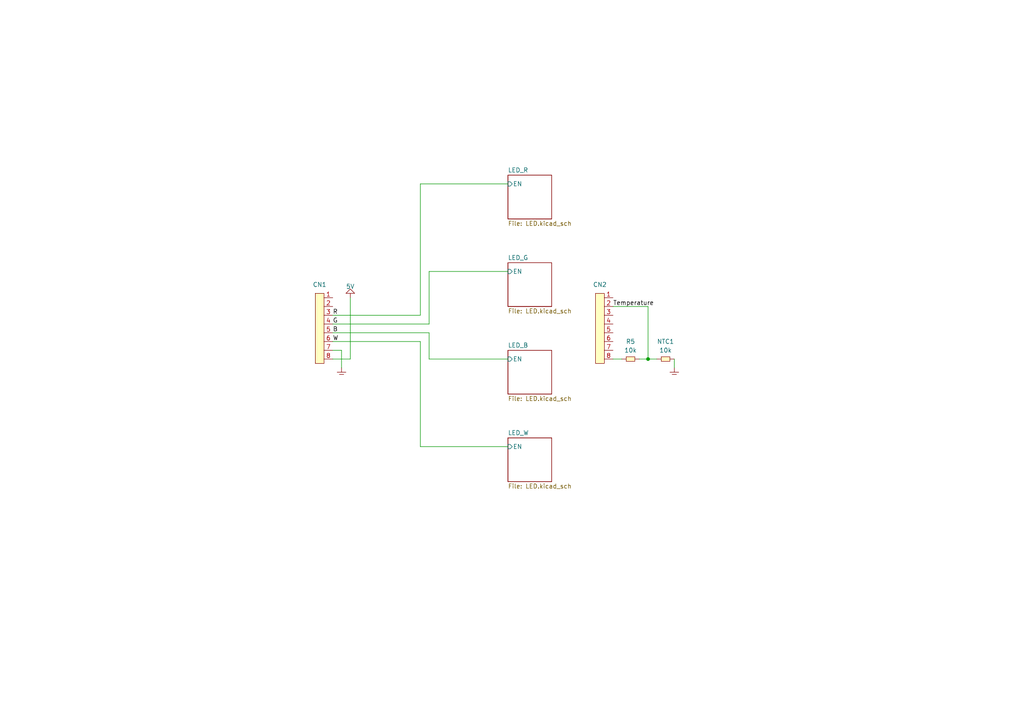
<source format=kicad_sch>
(kicad_sch (version 20230121) (generator eeschema)
  (paper "A4")
  (lib_symbols
    (symbol "generic:5V" (power) (pin_numbers hide) (pin_names (offset 0) hide)
      (property "Value" "5V" (at 0 3.81 0))
      (symbol "5V_0_1"
        (polyline (pts (xy 0 0) (xy 0 1.27) (xy -1.27 1.27) (xy 0 2.54) (xy 1.27 1.27) (xy 0 1.27)))
      )
      (symbol "5V_1_1"
        (pin power_in line (at 0 0 90) (length 2.54) hide (name "5V") (number "~"))
      )
    )
    (symbol "generic:GND" (power) (pin_numbers hide) (pin_names (offset 0) hide)
      (symbol "GND_0_1"
        (polyline (pts (xy -1.27 -1.27) (xy 1.27 -1.27)))
        (polyline (pts (xy 0 -2.54) (xy 0 -2.54)))
        (polyline (pts (xy 0 -1.27) (xy 0 0)))
        (polyline (pts (xy 0.635 -1.905) (xy -0.635 -1.905)))
      )
      (symbol "GND_1_1"
        (pin power_in line (at 0 0 270) (length 2.54) hide (name "GND") (number "~"))
      )
    )
    (symbol "generic:R" (pin_numbers hide) (pin_names (offset 0) hide)
      (property "Reference" "R" (at 0 1.905 0))
      (property "Value" "R" (at 0 -2.54 0))
      (symbol "R_0_1"
        (rectangle (start -1.27 0.635) (end 1.27 -0.635) (fill (type background)))
      )
      (symbol "R_1_1"
        (pin bidirectional line (at -2.54 0 0) (length 1.27) (name "~") (number "1"))
        (pin bidirectional line (at 2.54 0 180) (length 1.27) (name "~") (number "2"))
      )
    )
    (symbol "pin_headers:1x8" (pin_names (offset 1.016))
      (property "Reference" "CN" (at 2.54 10.16 0))
      (symbol "1x8_0_1"
        (rectangle (start 2.54 8.89) (end 5.08 -11.43) (fill (type background)))
      )
      (symbol "1x8_1_1"
        (pin bidirectional line (at 0 7.62 0) (length 2.54) (name "~") (number "1"))
        (pin bidirectional line (at 0 5.08 0) (length 2.54) (name "~") (number "2"))
        (pin bidirectional line (at 0 2.54 0) (length 2.54) (name "~") (number "3"))
        (pin bidirectional line (at 0 0 0) (length 2.54) (name "~") (number "4"))
        (pin bidirectional line (at 0 -2.54 0) (length 2.54) (name "~") (number "5"))
        (pin bidirectional line (at 0 -5.08 0) (length 2.54) (name "~") (number "6"))
        (pin bidirectional line (at 0 -7.62 0) (length 2.54) (name "") (number "7"))
        (pin bidirectional line (at 0 -10.16 0) (length 2.54) (name "") (number "8"))
      )
    )
  )
  (junction (at 187.96 104.14))
  (wire (pts (xy 187.96 104.14) (xy 190.5 104.14)))
  (wire (pts (xy 187.96 88.9) (xy 177.8 88.9)))
  (wire (pts (xy 177.8 104.14) (xy 180.34 104.14)))
  (wire (pts (xy 147.32 104.14) (xy 124.46 104.14)))
  (wire (pts (xy 96.52 96.52) (xy 124.46 96.52)))
  (wire (pts (xy 185.42 104.14) (xy 187.96 104.14)))
  (wire (pts (xy 96.52 93.98) (xy 124.46 93.98)))
  (wire (pts (xy 121.92 53.34) (xy 121.92 91.44)))
  (wire (pts (xy 124.46 104.14) (xy 124.46 96.52)))
  (wire (pts (xy 99.06 101.6) (xy 99.06 106.68)))
  (wire (pts (xy 147.32 129.54) (xy 121.92 129.54)))
  (wire (pts (xy 96.52 104.14) (xy 101.6 104.14)))
  (wire (pts (xy 187.96 88.9) (xy 187.96 104.14)))
  (wire (pts (xy 121.92 129.54) (xy 121.92 99.06)))
  (wire (pts (xy 147.32 53.34) (xy 121.92 53.34)))
  (wire (pts (xy 96.52 91.44) (xy 121.92 91.44)))
  (wire (pts (xy 96.52 101.6) (xy 99.06 101.6)))
  (wire (pts (xy 124.46 78.74) (xy 124.46 93.98)))
  (wire (pts (xy 101.6 86.36) (xy 101.6 104.14)))
  (wire (pts (xy 195.58 104.14) (xy 195.58 106.68)))
  (wire (pts (xy 96.52 99.06) (xy 121.92 99.06)))
  (wire (pts (xy 147.32 78.74) (xy 124.46 78.74)))
  (label "B" (at 96.52 96.52 0))
  (label "Temperature" (at 177.8 88.9 0))
  (label "W" (at 96.52 99.06 0))
  (label "G" (at 96.52 93.98 0))
  (label "R" (at 96.52 91.44 0))
  (symbol (lib_id "generic:R") (at 182.88 104.14 180) (unit 1)
    (property "Reference" "R5" (at 182.88 99.06 0))
    (property "Value" "10k" (at 182.88 101.6 0))
    (property "Footprint" "SMT:0603" (effects hide))
  )
  (symbol (lib_id "generic:5V") (at 101.6 86.36 0) (unit 1)
    (property "Reference" "#5V0101" (effects hide))
    (property "Value" "5V" (at 101.6 83.82 0) (effects (justify bottom)))
  )
  (symbol (lib_id "generic:R") (at 193.04 104.14 180) (unit 1)
    (property "Reference" "NTC1" (at 193.04 99.06 0))
    (property "Value" "10k" (at 193.04 101.6 0))
    (property "Footprint" "SMT:0603" (effects hide))
  )
  (symbol (lib_id "generic:GND") (at 195.58 106.68 0) (unit 1)
    (property "Reference" "#GND017" (effects hide))
    (property "Value" "GND" (effects hide))
  )
  (symbol (lib_id "pin_headers:1x8") (at 96.52 93.98 0) (mirror y) (unit 1)
    (property "Reference" "CN1" (at 92.71 82.55 0))
    (property "Value" "1x8" (effects hide))
    (property "Footprint" "pin_headers:1x8" (effects hide))
  )
  (symbol (lib_id "pin_headers:1x8") (at 177.8 93.98 0) (mirror y) (unit 1)
    (property "Reference" "CN2" (at 173.99 82.55 0))
    (property "Value" "1x8" (effects hide))
    (property "Footprint" "pin_headers:1x8" (effects hide))
  )
  (symbol (lib_id "generic:GND") (at 99.06 106.68 0) (unit 1)
    (property "Reference" "#GND018" (effects hide))
    (property "Value" "GND" (effects hide))
  )
  (sheet (at 147.32 101.6) (size 12.7 12.7) (stroke (width 0.1524))
    (property "Sheetname" "LED_B" (at 147.32 100.8884 0) (effects (justify left bottom)))
    (property "Sheetfile" "LED.kicad_sch" (at 147.32 114.8846 0) (effects (justify left top)))
    (pin "EN" input (at 147.32 104.14 180))
  )
  (sheet (at 147.32 76.2) (size 12.7 12.7) (stroke (width 0.1524))
    (property "Sheetname" "LED_G" (at 147.32 75.4884 0) (effects (justify left bottom)))
    (property "Sheetfile" "LED.kicad_sch" (at 147.32 89.4846 0) (effects (justify left top)))
    (pin "EN" input (at 147.32 78.74 180))
  )
  (sheet (at 147.32 50.8) (size 12.7 12.7) (stroke (width 0.1524))
    (property "Sheetname" "LED_R" (at 147.32 50.0884 0) (effects (justify left bottom)))
    (property "Sheetfile" "LED.kicad_sch" (at 147.32 64.0846 0) (effects (justify left top)))
    (pin "EN" input (at 147.32 53.34 180))
  )
  (sheet (at 147.32 127) (size 12.7 12.7) (stroke (width 0.1524))
    (property "Sheetname" "LED_W" (at 147.32 126.2884 0) (effects (justify left bottom)))
    (property "Sheetfile" "LED.kicad_sch" (at 147.32 140.2846 0) (effects (justify left top)))
    (pin "EN" input (at 147.32 129.54 180))
  )
)
</source>
